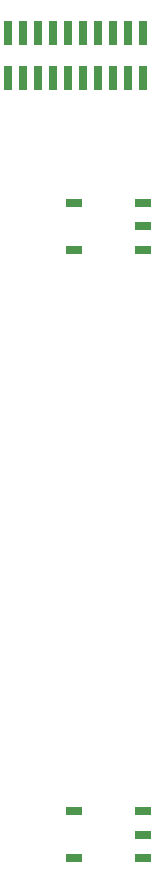
<source format=gtp>
G04*
G04 #@! TF.GenerationSoftware,Altium Limited,Altium Designer,20.1.8 (145)*
G04*
G04 Layer_Color=8421504*
%FSAX24Y24*%
%MOIN*%
G70*
G04*
G04 #@! TF.SameCoordinates,548E75E3-62BA-4D27-8EBC-4AC5D718A5B1*
G04*
G04*
G04 #@! TF.FilePolarity,Positive*
G04*
G01*
G75*
%ADD16R,0.0291X0.0787*%
%ADD17R,0.0551X0.0315*%
D16*
X010604Y032415D02*
D03*
X010104D02*
D03*
X009604D02*
D03*
X009104D02*
D03*
X008604D02*
D03*
X008104D02*
D03*
X007604D02*
D03*
X007104D02*
D03*
X006604D02*
D03*
X006104D02*
D03*
X010604Y033915D02*
D03*
X010104D02*
D03*
X009604D02*
D03*
X009104D02*
D03*
X008604D02*
D03*
X008104D02*
D03*
X007604D02*
D03*
X007104D02*
D03*
X006604D02*
D03*
X006104D02*
D03*
D17*
X008308Y007977D02*
D03*
X010592Y007190D02*
D03*
X008308Y006403D02*
D03*
X010592Y007977D02*
D03*
Y006403D02*
D03*
X008308Y028257D02*
D03*
X010592Y027470D02*
D03*
X008308Y026683D02*
D03*
X010592Y028257D02*
D03*
Y026683D02*
D03*
M02*

</source>
